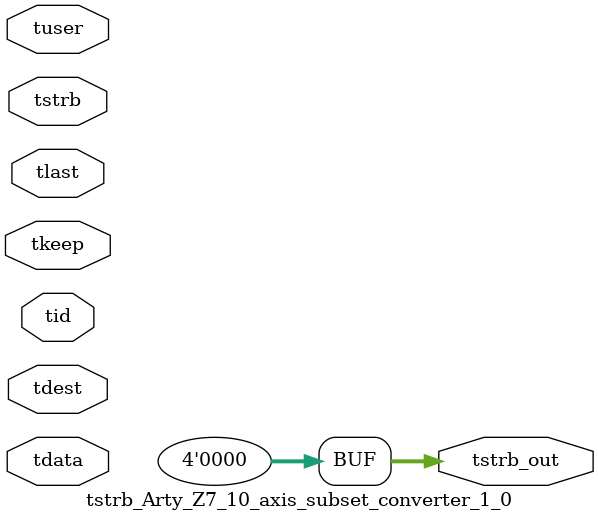
<source format=v>


`timescale 1ps/1ps

module tstrb_Arty_Z7_10_axis_subset_converter_1_0 #
(
parameter C_S_AXIS_TDATA_WIDTH = 32,
parameter C_S_AXIS_TUSER_WIDTH = 0,
parameter C_S_AXIS_TID_WIDTH   = 0,
parameter C_S_AXIS_TDEST_WIDTH = 0,
parameter C_M_AXIS_TDATA_WIDTH = 32
)
(
input  [(C_S_AXIS_TDATA_WIDTH == 0 ? 1 : C_S_AXIS_TDATA_WIDTH)-1:0     ] tdata,
input  [(C_S_AXIS_TUSER_WIDTH == 0 ? 1 : C_S_AXIS_TUSER_WIDTH)-1:0     ] tuser,
input  [(C_S_AXIS_TID_WIDTH   == 0 ? 1 : C_S_AXIS_TID_WIDTH)-1:0       ] tid,
input  [(C_S_AXIS_TDEST_WIDTH == 0 ? 1 : C_S_AXIS_TDEST_WIDTH)-1:0     ] tdest,
input  [(C_S_AXIS_TDATA_WIDTH/8)-1:0 ] tkeep,
input  [(C_S_AXIS_TDATA_WIDTH/8)-1:0 ] tstrb,
input                                                                    tlast,
output [(C_M_AXIS_TDATA_WIDTH/8)-1:0 ] tstrb_out
);

assign tstrb_out = {1'b0};

endmodule


</source>
